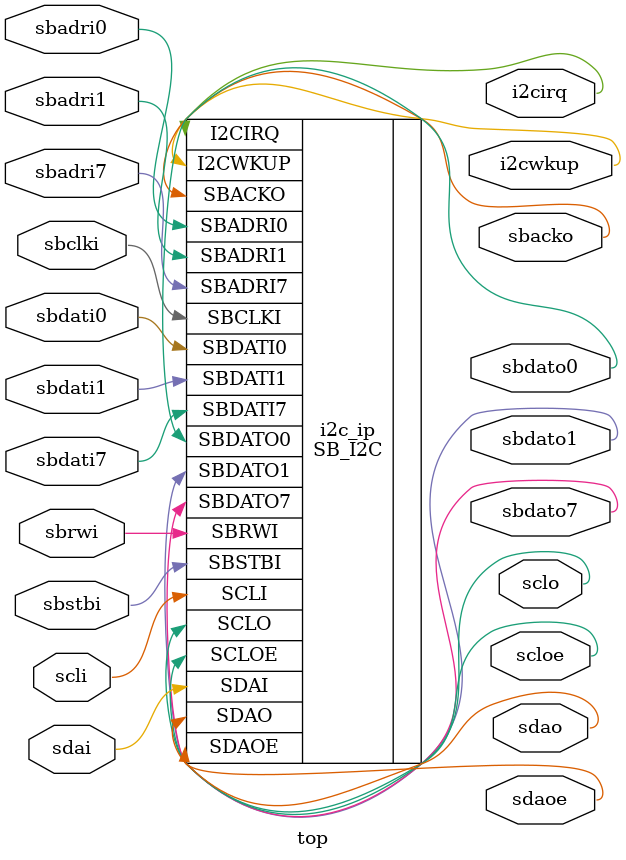
<source format=v>
module top (
    input sbclki, sbrwi, sbstbi,
    input sbadri0, sbadri1, sbadri7,
    input sbdati0, sbdati1, sbdati7,
    output sbdato0, sbdato1, sbdato7,
    output sbacko, i2cirq, i2cwkup,
    input scli, sdai,
    output sclo, scloe, sdao, sdaoe
);

SB_I2C #(
  .I2C_SLAVE_INIT_ADDR("0b1111100010"),
  .BUS_ADDR74("0b0011")
) i2c_ip (
  .SBCLKI(sbclki),
  .SBRWI(sbrwi),
  .SBSTBI(sbstbi),
  
  .SBADRI0(sbadri0),
  .SBADRI1(sbadri1),
  .SBADRI7(sbadri7),
  
  .SBDATI0(sbdati0),
  .SBDATI1(sbdati1),
  .SBDATI7(sbdati7),
  
  .SBDATO0(sbdato0),
  .SBDATO1(sbdato1),
  .SBDATO7(sbdato7),
  
  .SBACKO(sbacko),
  .I2CIRQ(i2cirq),
  .I2CWKUP(i2cwkup),
  
  .SCLI(scli),
  .SCLO(sclo),
  .SCLOE(scloe),
  
  .SDAI(sdai),
  .SDAO(sdao),
  .SDAOE(sdaoe)
)
/* synthesis SDA_INPUT_DELAYED=1 */
/* synthesis SDA_OUTPUT_DELAYED=1 */
/* synthesis SCL_INPUT_FILTERED=1 */
;

endmodule
</source>
